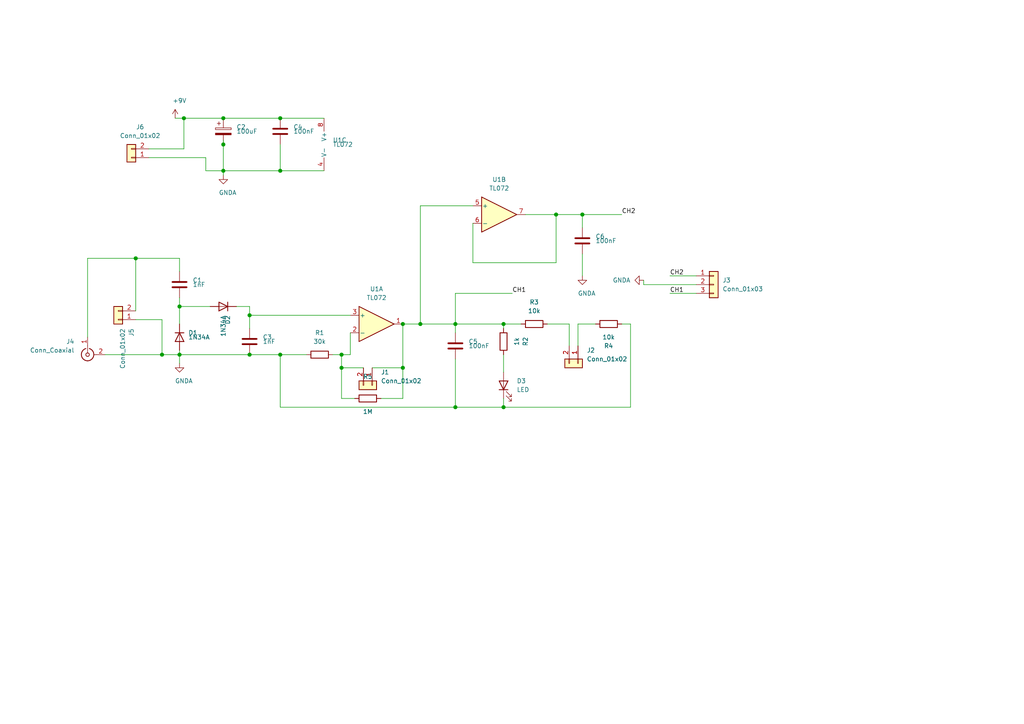
<source format=kicad_sch>
(kicad_sch (version 20201015) (generator eeschema)
  (paper "A4")
  (lib_symbols
    (symbol "Amplifier_Operational:TL072" (pin_names (offset 0.127))
      (property "Reference" "U" (at 0 5.08 0))
      (property "Value" "TL072" (at 0 -5.08 0))
      (symbol "TL072_1_1"
        (polyline (pts (xy -5.08 5.08) (xy 5.08 0) (xy -5.08 -5.08) (xy -5.08 5.08)) (stroke (width 0.254)) (fill (type background)))
        (pin output line (at 7.62 0 180) (length 2.54) (name "~") (number "1"))
        (pin input line (at -7.62 -2.54 0) (length 2.54) (name "-") (number "2"))
        (pin input line (at -7.62 2.54 0) (length 2.54) (name "+") (number "3"))
      )
      (symbol "TL072_2_1"
        (polyline (pts (xy -5.08 5.08) (xy 5.08 0) (xy -5.08 -5.08) (xy -5.08 5.08)) (stroke (width 0.254)) (fill (type background)))
        (pin input line (at -7.62 2.54 0) (length 2.54) (name "+") (number "5"))
        (pin input line (at -7.62 -2.54 0) (length 2.54) (name "-") (number "6"))
        (pin output line (at 7.62 0 180) (length 2.54) (name "~") (number "7"))
      )
      (symbol "TL072_3_1"
        (pin power_in line (at -2.54 -7.62 90) (length 3.81) (name "V-") (number "4"))
        (pin power_in line (at -2.54 7.62 270) (length 3.81) (name "V+") (number "8"))
      )
    )
    (symbol "Connector:Conn_Coaxial" (pin_names (offset 1.016) hide)
      (property "Reference" "J" (at 0.254 3.048 0))
      (property "Value" "Conn_Coaxial" (at 2.921 0 90))
      (symbol "Conn_Coaxial_0_1"
        (arc (start -1.778 0.508) (end 1.778 0) (radius (at -0.0508 0) (length 1.8034) (angles 163.6 0)) (stroke (width 0.254)))
        (arc (start 1.778 0) (end -1.778 -0.508) (radius (at -0.0254 0) (length 1.8034) (angles 0 -163.8)) (stroke (width 0.254)))
        (circle (center 0 0) (radius 0.508) (stroke (width 0.2032)))
        (polyline (pts (xy -2.54 0) (xy -0.508 0)))
        (polyline (pts (xy 0 -2.54) (xy 0 -1.778)))
      )
      (symbol "Conn_Coaxial_1_1"
        (pin passive line (at -5.08 0 0) (length 2.54) (name "In") (number "1"))
        (pin passive line (at 0 -5.08 90) (length 2.54) (name "Ext") (number "2"))
      )
    )
    (symbol "Connector_Generic:Conn_01x02" (pin_names (offset 1.016) hide)
      (property "Reference" "J" (at 0 2.54 0))
      (property "Value" "Conn_01x02" (at 0 -5.08 0))
      (symbol "Conn_01x02_1_1"
        (rectangle (start -1.27 -2.413) (end 0 -2.667) (stroke (width 0.1524)))
        (rectangle (start -1.27 0.127) (end 0 -0.127) (stroke (width 0.1524)))
        (rectangle (start -1.27 1.27) (end 1.27 -3.81) (stroke (width 0.254)) (fill (type background)))
        (pin passive line (at -5.08 0 0) (length 3.81) (name "Pin_1") (number "1"))
        (pin passive line (at -5.08 -2.54 0) (length 3.81) (name "Pin_2") (number "2"))
      )
    )
    (symbol "Connector_Generic:Conn_01x03" (pin_names (offset 1.016) hide)
      (property "Reference" "J" (at 0 5.08 0))
      (property "Value" "Conn_01x03" (at 0 -5.08 0))
      (symbol "Conn_01x03_1_1"
        (rectangle (start -1.27 -2.413) (end 0 -2.667) (stroke (width 0.1524)))
        (rectangle (start -1.27 2.667) (end 0 2.413) (stroke (width 0.1524)))
        (rectangle (start -1.27 3.81) (end 1.27 -3.81) (stroke (width 0.254)) (fill (type background)))
        (rectangle (start -1.27 0.127) (end 0 -0.127) (stroke (width 0.1524)))
        (pin passive line (at -5.08 2.54 0) (length 3.81) (name "Pin_1") (number "1"))
        (pin passive line (at -5.08 0 0) (length 3.81) (name "Pin_2") (number "2"))
        (pin passive line (at -5.08 -2.54 0) (length 3.81) (name "Pin_3") (number "3"))
      )
    )
    (symbol "Device:C" (pin_numbers hide) (pin_names (offset 0.254))
      (property "Reference" "C" (at 0.635 2.54 0))
      (property "Value" "C" (at 0.635 -2.54 0))
      (symbol "C_0_1"
        (polyline (pts (xy -2.032 -0.762) (xy 2.032 -0.762)) (stroke (width 0.508)))
        (polyline (pts (xy -2.032 0.762) (xy 2.032 0.762)) (stroke (width 0.508)))
      )
      (symbol "C_1_1"
        (pin passive line (at 0 3.81 270) (length 2.794) (name "~") (number "1"))
        (pin passive line (at 0 -3.81 90) (length 2.794) (name "~") (number "2"))
      )
    )
    (symbol "Device:C_Polarized" (pin_numbers hide) (pin_names (offset 0.254))
      (property "Reference" "C" (at 0.635 2.54 0))
      (property "Value" "C_Polarized" (at 0.635 -2.54 0))
      (symbol "C_Polarized_0_1"
        (rectangle (start -2.286 0.508) (end 2.286 1.016))
        (rectangle (start 2.286 -0.508) (end -2.286 -1.016) (fill (type outline)))
        (polyline (pts (xy -1.778 2.286) (xy -0.762 2.286)))
        (polyline (pts (xy -1.27 2.794) (xy -1.27 1.778)))
      )
      (symbol "C_Polarized_1_1"
        (pin passive line (at 0 3.81 270) (length 2.794) (name "~") (number "1"))
        (pin passive line (at 0 -3.81 90) (length 2.794) (name "~") (number "2"))
      )
    )
    (symbol "Device:D" (pin_numbers hide) (pin_names (offset 1.016) hide)
      (property "Reference" "D" (at 0 2.54 0))
      (property "Value" "D" (at 0 -2.54 0))
      (symbol "D_0_1"
        (polyline (pts (xy -1.27 1.27) (xy -1.27 -1.27)) (stroke (width 0.254)))
        (polyline (pts (xy 1.27 0) (xy -1.27 0)))
        (polyline (pts (xy 1.27 1.27) (xy 1.27 -1.27) (xy -1.27 0) (xy 1.27 1.27)) (stroke (width 0.254)))
      )
      (symbol "D_1_1"
        (pin passive line (at -3.81 0 0) (length 2.54) (name "K") (number "1"))
        (pin passive line (at 3.81 0 180) (length 2.54) (name "A") (number "2"))
      )
    )
    (symbol "Device:LED" (pin_numbers hide) (pin_names (offset 1.016) hide)
      (property "Reference" "D" (at 0 2.54 0))
      (property "Value" "LED" (at 0 -2.54 0))
      (symbol "LED_0_1"
        (polyline (pts (xy -1.27 -1.27) (xy -1.27 1.27)) (stroke (width 0.254)))
        (polyline (pts (xy -1.27 0) (xy 1.27 0)))
        (polyline (pts (xy 1.27 -1.27) (xy 1.27 1.27) (xy -1.27 0) (xy 1.27 -1.27)) (stroke (width 0.254)))
        (polyline (pts (xy -3.048 -0.762) (xy -4.572 -2.286) (xy -3.81 -2.286) (xy -4.572 -2.286) (xy -4.572 -1.524)))
        (polyline (pts (xy -1.778 -0.762) (xy -3.302 -2.286) (xy -2.54 -2.286) (xy -3.302 -2.286) (xy -3.302 -1.524)))
      )
      (symbol "LED_1_1"
        (pin passive line (at -3.81 0 0) (length 2.54) (name "K") (number "1"))
        (pin passive line (at 3.81 0 180) (length 2.54) (name "A") (number "2"))
      )
    )
    (symbol "Device:R" (pin_numbers hide) (pin_names (offset 0))
      (property "Reference" "R" (at 2.032 0 90))
      (property "Value" "R" (at 0 0 90))
      (symbol "R_0_1"
        (rectangle (start -1.016 -2.54) (end 1.016 2.54) (stroke (width 0.254)))
      )
      (symbol "R_1_1"
        (pin passive line (at 0 3.81 270) (length 1.27) (name "~") (number "1"))
        (pin passive line (at 0 -3.81 90) (length 1.27) (name "~") (number "2"))
      )
    )
    (symbol "power:+9V" (power) (pin_names (offset 0))
      (property "Value" "+9V" (at 0 3.556 0))
      (symbol "+9V_0_1"
        (polyline (pts (xy -0.762 1.27) (xy 0 2.54)))
        (polyline (pts (xy 0 0) (xy 0 2.54)))
        (polyline (pts (xy 0 2.54) (xy 0.762 1.27)))
      )
      (symbol "+9V_1_1"
        (pin power_in line (at 0 0 90) (length 0) hide (name "+9V") (number "1"))
      )
    )
    (symbol "power:GNDA" (power) (pin_names (offset 0))
      (property "Value" "GNDA" (at 0 -3.81 0))
      (symbol "GNDA_0_1"
        (polyline (pts (xy 0 0) (xy 0 -1.27) (xy 1.27 -1.27) (xy 0 -2.54) (xy -1.27 -1.27) (xy 0 -1.27)))
      )
      (symbol "GNDA_1_1"
        (pin power_in line (at 0 0 270) (length 0) hide (name "GNDA") (number "1"))
      )
    )
  )
  (junction (at 39.37 74.93) (diameter 1.016))
  (junction (at 46.99 102.87) (diameter 1.016))
  (junction (at 52.07 88.9) (diameter 1.016))
  (junction (at 52.07 102.87) (diameter 1.016))
  (junction (at 53.34 34.29) (diameter 1.016))
  (junction (at 64.77 34.29) (diameter 1.016))
  (junction (at 64.77 41.91) (diameter 1.016))
  (junction (at 64.77 49.53) (diameter 1.016))
  (junction (at 72.39 91.44) (diameter 1.016))
  (junction (at 72.39 102.87) (diameter 1.016))
  (junction (at 81.28 34.29) (diameter 1.016))
  (junction (at 81.28 49.53) (diameter 1.016))
  (junction (at 81.28 102.87) (diameter 1.016))
  (junction (at 99.06 102.87) (diameter 1.016))
  (junction (at 99.06 106.68) (diameter 1.016))
  (junction (at 116.84 93.98) (diameter 1.016))
  (junction (at 116.84 106.68) (diameter 1.016))
  (junction (at 121.92 93.98) (diameter 1.016))
  (junction (at 132.08 93.98) (diameter 1.016))
  (junction (at 132.08 118.11) (diameter 1.016))
  (junction (at 146.05 93.98) (diameter 1.016))
  (junction (at 146.05 118.11) (diameter 1.016))
  (junction (at 161.29 62.23) (diameter 1.016))
  (junction (at 168.91 62.23) (diameter 1.016))
  (wire (pts (xy 25.4 74.93) (xy 39.37 74.93)))
  (wire (pts (xy 25.4 97.79) (xy 25.4 74.93)))
  (wire (pts (xy 30.48 102.87) (xy 46.99 102.87)))
  (wire (pts (xy 39.37 74.93) (xy 52.07 74.93)))
  (wire (pts (xy 39.37 90.17) (xy 39.37 74.93)))
  (wire (pts (xy 39.37 92.71) (xy 46.99 92.71)))
  (wire (pts (xy 43.18 43.18) (xy 53.34 43.18)))
  (wire (pts (xy 43.18 45.72) (xy 59.69 45.72)))
  (wire (pts (xy 46.99 92.71) (xy 46.99 102.87)))
  (wire (pts (xy 46.99 102.87) (xy 52.07 102.87)))
  (wire (pts (xy 50.8 34.29) (xy 53.34 34.29)))
  (wire (pts (xy 52.07 74.93) (xy 52.07 78.74)))
  (wire (pts (xy 52.07 86.36) (xy 52.07 88.9)))
  (wire (pts (xy 52.07 88.9) (xy 52.07 93.98)))
  (wire (pts (xy 52.07 88.9) (xy 60.96 88.9)))
  (wire (pts (xy 52.07 101.6) (xy 52.07 102.87)))
  (wire (pts (xy 52.07 102.87) (xy 52.07 105.41)))
  (wire (pts (xy 52.07 102.87) (xy 72.39 102.87)))
  (wire (pts (xy 53.34 34.29) (xy 64.77 34.29)))
  (wire (pts (xy 53.34 43.18) (xy 53.34 34.29)))
  (wire (pts (xy 59.69 45.72) (xy 59.69 49.53)))
  (wire (pts (xy 59.69 49.53) (xy 64.77 49.53)))
  (wire (pts (xy 64.77 34.29) (xy 81.28 34.29)))
  (wire (pts (xy 64.77 40.64) (xy 64.77 41.91)))
  (wire (pts (xy 64.77 41.91) (xy 64.77 49.53)))
  (wire (pts (xy 64.77 49.53) (xy 64.77 50.8)))
  (wire (pts (xy 68.58 88.9) (xy 72.39 88.9)))
  (wire (pts (xy 72.39 88.9) (xy 72.39 91.44)))
  (wire (pts (xy 72.39 91.44) (xy 72.39 95.25)))
  (wire (pts (xy 72.39 91.44) (xy 101.6 91.44)))
  (wire (pts (xy 72.39 102.87) (xy 81.28 102.87)))
  (wire (pts (xy 81.28 34.29) (xy 93.98 34.29)))
  (wire (pts (xy 81.28 41.91) (xy 81.28 49.53)))
  (wire (pts (xy 81.28 49.53) (xy 64.77 49.53)))
  (wire (pts (xy 81.28 102.87) (xy 81.28 118.11)))
  (wire (pts (xy 81.28 102.87) (xy 88.9 102.87)))
  (wire (pts (xy 81.28 118.11) (xy 132.08 118.11)))
  (wire (pts (xy 93.98 49.53) (xy 81.28 49.53)))
  (wire (pts (xy 96.52 102.87) (xy 99.06 102.87)))
  (wire (pts (xy 99.06 102.87) (xy 101.6 102.87)))
  (wire (pts (xy 99.06 106.68) (xy 99.06 102.87)))
  (wire (pts (xy 99.06 106.68) (xy 105.41 106.68)))
  (wire (pts (xy 99.06 115.57) (xy 99.06 106.68)))
  (wire (pts (xy 101.6 96.52) (xy 101.6 102.87)))
  (wire (pts (xy 102.87 115.57) (xy 99.06 115.57)))
  (wire (pts (xy 107.95 106.68) (xy 116.84 106.68)))
  (wire (pts (xy 110.49 115.57) (xy 116.84 115.57)))
  (wire (pts (xy 116.84 93.98) (xy 121.92 93.98)))
  (wire (pts (xy 116.84 106.68) (xy 116.84 93.98)))
  (wire (pts (xy 116.84 115.57) (xy 116.84 106.68)))
  (wire (pts (xy 121.92 59.69) (xy 137.16 59.69)))
  (wire (pts (xy 121.92 93.98) (xy 121.92 59.69)))
  (wire (pts (xy 121.92 93.98) (xy 132.08 93.98)))
  (wire (pts (xy 132.08 85.09) (xy 132.08 93.98)))
  (wire (pts (xy 132.08 85.09) (xy 148.59 85.09)))
  (wire (pts (xy 132.08 96.52) (xy 132.08 93.98)))
  (wire (pts (xy 132.08 104.14) (xy 132.08 118.11)))
  (wire (pts (xy 132.08 118.11) (xy 146.05 118.11)))
  (wire (pts (xy 137.16 64.77) (xy 137.16 76.2)))
  (wire (pts (xy 137.16 76.2) (xy 161.29 76.2)))
  (wire (pts (xy 146.05 93.98) (xy 132.08 93.98)))
  (wire (pts (xy 146.05 93.98) (xy 151.13 93.98)))
  (wire (pts (xy 146.05 95.25) (xy 146.05 93.98)))
  (wire (pts (xy 146.05 102.87) (xy 146.05 107.95)))
  (wire (pts (xy 146.05 115.57) (xy 146.05 118.11)))
  (wire (pts (xy 146.05 118.11) (xy 182.88 118.11)))
  (wire (pts (xy 158.75 93.98) (xy 165.1 93.98)))
  (wire (pts (xy 161.29 62.23) (xy 152.4 62.23)))
  (wire (pts (xy 161.29 62.23) (xy 168.91 62.23)))
  (wire (pts (xy 161.29 76.2) (xy 161.29 62.23)))
  (wire (pts (xy 165.1 100.33) (xy 165.1 93.98)))
  (wire (pts (xy 167.64 93.98) (xy 172.72 93.98)))
  (wire (pts (xy 167.64 100.33) (xy 167.64 93.98)))
  (wire (pts (xy 168.91 62.23) (xy 168.91 66.04)))
  (wire (pts (xy 168.91 62.23) (xy 180.34 62.23)))
  (wire (pts (xy 168.91 73.66) (xy 168.91 80.01)))
  (wire (pts (xy 180.34 93.98) (xy 182.88 93.98)))
  (wire (pts (xy 182.88 93.98) (xy 182.88 118.11)))
  (wire (pts (xy 186.69 82.55) (xy 186.69 81.28)))
  (wire (pts (xy 194.31 80.01) (xy 201.93 80.01)))
  (wire (pts (xy 194.31 85.09) (xy 201.93 85.09)))
  (wire (pts (xy 201.93 82.55) (xy 186.69 82.55)))
  (label "CH1" (at 148.59 85.09 0))
  (label "CH2" (at 180.34 62.23 0))
  (label "CH2" (at 194.31 80.01 0))
  (label "CH1" (at 194.31 85.09 0))
  (symbol (lib_id "power:+9V") (at 50.8 34.29 0) (unit 1)
    (property "Reference" "#PWR0103" (effects hide))
    (property "Value" "+9V" (at 52.07 29.21 0))
  )
  (symbol (lib_id "power:GNDA") (at 52.07 105.41 0) (unit 1)
    (property "Reference" "#PWR0101" (effects hide))
    (property "Value" "GNDA" (at 53.34 110.49 0))
  )
  (symbol (lib_id "power:GNDA") (at 64.77 50.8 0) (unit 1)
    (property "Reference" "#PWR0102" (effects hide))
    (property "Value" "GNDA" (at 66.04 55.88 0))
  )
  (symbol (lib_id "power:GNDA") (at 168.91 80.01 0) (unit 1)
    (property "Reference" "#PWR0105" (effects hide))
    (property "Value" "GNDA" (at 170.18 85.09 0))
  )
  (symbol (lib_id "power:GNDA") (at 186.69 81.28 270) (unit 1)
    (property "Reference" "#PWR0104" (effects hide))
    (property "Value" "GNDA" (at 182.88 81.28 90) (effects (justify right)))
  )
  (symbol (lib_id "Device:R") (at 92.71 102.87 90) (unit 1)
    (property "Reference" "R1" (at 92.71 96.52 90))
    (property "Value" "30k" (at 92.71 99.06 90))
    (property "Footprint" "Resistor_SMD:R_0805_2012Metric" (effects hide))
  )
  (symbol (lib_id "Device:R") (at 106.68 115.57 90) (unit 1)
    (property "Reference" "R5" (at 106.68 109.22 90))
    (property "Value" "1M" (at 106.68 119.38 90))
    (property "Footprint" "Resistor_SMD:R_0805_2012Metric" (effects hide))
  )
  (symbol (lib_id "Device:R") (at 146.05 99.06 0) (unit 1)
    (property "Reference" "R2" (at 152.4 99.06 90))
    (property "Value" "1k" (at 149.86 99.06 90))
    (property "Footprint" "Resistor_SMD:R_0805_2012Metric" (effects hide))
  )
  (symbol (lib_id "Device:R") (at 154.94 93.98 90) (unit 1)
    (property "Reference" "R3" (at 154.94 87.63 90))
    (property "Value" "10k" (at 154.94 90.17 90))
    (property "Footprint" "Resistor_SMD:R_0805_2012Metric" (effects hide))
  )
  (symbol (lib_id "Device:R") (at 176.53 93.98 270) (unit 1)
    (property "Reference" "R4" (at 176.53 100.33 90))
    (property "Value" "10k" (at 176.53 97.79 90))
    (property "Footprint" "Resistor_SMD:R_0805_2012Metric" (effects hide))
  )
  (symbol (lib_id "Device:D") (at 52.07 97.79 270) (unit 1)
    (property "Reference" "D1" (at 54.61 96.52 90) (effects (justify left)))
    (property "Value" "1N34A" (at 54.61 97.79 90) (effects (justify left)))
    (property "Footprint" "Diode_THT:D_DO-15_P15.24mm_Horizontal" (effects hide))
  )
  (symbol (lib_id "Device:D") (at 64.77 88.9 180) (unit 1)
    (property "Reference" "D2" (at 66.04 91.44 90) (effects (justify left)))
    (property "Value" "1N34A" (at 64.77 91.44 90) (effects (justify left)))
    (property "Footprint" "Diode_THT:D_DO-15_P15.24mm_Horizontal" (effects hide))
  )
  (symbol (lib_id "Device:LED") (at 146.05 111.76 90) (unit 1)
    (property "Reference" "D3" (at 149.86 110.49 90) (effects (justify right)))
    (property "Value" "LED" (at 149.86 113.03 90) (effects (justify right)))
    (property "Footprint" "LED_THT:LED_D5.0mm" (effects hide))
  )
  (symbol (lib_id "Amplifier_Operational:TL072") (at 96.52 41.91 0) (unit 3)
    (property "Reference" "U1" (at 96.52 40.64 0) (effects (justify left)))
    (property "Value" "TL072" (at 96.52 41.91 0) (effects (justify left)))
    (property "Footprint" "Package_SO:SO-8_3.9x4.9mm_P1.27mm" (effects hide))
    (property "Datasheet" "http://www.ti.com/lit/ds/symlink/tl071.pdf" (effects hide))
  )
  (symbol (lib_id "Connector_Generic:Conn_01x02") (at 34.29 92.71 180) (unit 1)
    (property "Reference" "J5" (at 38.1 95.25 90) (effects (justify left)))
    (property "Value" "Conn_01x02" (at 35.56 95.25 90) (effects (justify left)))
    (property "Footprint" "Connector_PinHeader_2.54mm:PinHeader_1x02_P2.54mm_Vertical" (effects hide))
  )
  (symbol (lib_id "Connector_Generic:Conn_01x02") (at 38.1 45.72 180) (unit 1)
    (property "Reference" "J6" (at 40.64 36.83 0))
    (property "Value" "Conn_01x02" (at 40.64 39.37 0))
    (property "Footprint" "Connector_PinHeader_2.54mm:PinHeader_1x02_P2.54mm_Vertical" (effects hide))
  )
  (symbol (lib_id "Connector_Generic:Conn_01x02") (at 107.95 111.76 270) (unit 1)
    (property "Reference" "J1" (at 110.49 107.95 90) (effects (justify left)))
    (property "Value" "Conn_01x02" (at 110.49 110.49 90) (effects (justify left)))
    (property "Footprint" "Connector_PinHeader_2.54mm:PinHeader_1x02_P2.54mm_Vertical" (effects hide))
  )
  (symbol (lib_id "Connector_Generic:Conn_01x02") (at 167.64 105.41 270) (unit 1)
    (property "Reference" "J2" (at 170.18 101.6 90) (effects (justify left)))
    (property "Value" "Conn_01x02" (at 170.18 104.14 90) (effects (justify left)))
    (property "Footprint" "Connector_PinHeader_2.54mm:PinHeader_1x02_P2.54mm_Vertical" (effects hide))
  )
  (symbol (lib_id "Device:C") (at 52.07 82.55 0) (unit 1)
    (property "Reference" "C1" (at 55.88 81.28 0) (effects (justify left)))
    (property "Value" "1nF" (at 55.88 82.55 0) (effects (justify left)))
    (property "Footprint" "Capacitor_SMD:C_0805_2012Metric" (effects hide))
  )
  (symbol (lib_id "Device:C_Polarized") (at 64.77 38.1 0) (unit 1)
    (property "Reference" "C2" (at 68.58 36.83 0) (effects (justify left)))
    (property "Value" "100uF" (at 68.58 38.1 0) (effects (justify left)))
    (property "Footprint" "Capacitor_THT:CP_Radial_D10.0mm_P5.00mm" (effects hide))
  )
  (symbol (lib_id "Device:C") (at 72.39 99.06 0) (unit 1)
    (property "Reference" "C3" (at 76.2 97.79 0) (effects (justify left)))
    (property "Value" "1nF" (at 76.2 99.06 0) (effects (justify left)))
    (property "Footprint" "Capacitor_SMD:C_0805_2012Metric" (effects hide))
  )
  (symbol (lib_id "Device:C") (at 81.28 38.1 0) (unit 1)
    (property "Reference" "C4" (at 85.09 36.83 0) (effects (justify left)))
    (property "Value" "100nF" (at 85.09 38.1 0) (effects (justify left)))
    (property "Footprint" "Capacitor_SMD:C_0805_2012Metric" (effects hide))
  )
  (symbol (lib_id "Device:C") (at 132.08 100.33 0) (unit 1)
    (property "Reference" "C5" (at 135.89 99.06 0) (effects (justify left)))
    (property "Value" "100nF" (at 135.89 100.33 0) (effects (justify left)))
    (property "Footprint" "Capacitor_SMD:C_0805_2012Metric" (effects hide))
  )
  (symbol (lib_id "Device:C") (at 168.91 69.85 0) (unit 1)
    (property "Reference" "C6" (at 172.72 68.58 0) (effects (justify left)))
    (property "Value" "100nF" (at 172.72 69.85 0) (effects (justify left)))
    (property "Footprint" "Capacitor_SMD:C_0805_2012Metric" (effects hide))
  )
  (symbol (lib_id "Connector:Conn_Coaxial") (at 25.4 102.87 90) (mirror x) (unit 1)
    (property "Reference" "J4" (at 21.59 99.06 90) (effects (justify left)))
    (property "Value" "Conn_Coaxial" (at 21.59 101.6 90) (effects (justify left)))
    (property "Footprint" "Connector_Coaxial:SMA_Amphenol_132291_Vertical" (effects hide))
    (property "Datasheet" " ~" (effects hide))
  )
  (symbol (lib_id "Connector_Generic:Conn_01x03") (at 207.01 82.55 0) (unit 1)
    (property "Reference" "J3" (at 209.55 81.28 0) (effects (justify left)))
    (property "Value" "Conn_01x03" (at 209.55 83.82 0) (effects (justify left)))
    (property "Footprint" "Connector_PinHeader_2.54mm:PinHeader_1x03_P2.54mm_Vertical" (effects hide))
  )
  (symbol (lib_id "Amplifier_Operational:TL072") (at 109.22 93.98 0) (unit 1)
    (property "Reference" "U1" (at 109.22 83.82 0))
    (property "Value" "TL072" (at 109.22 86.36 0))
    (property "Footprint" "Package_SO:SO-8_3.9x4.9mm_P1.27mm" (effects hide))
    (property "Datasheet" "http://www.ti.com/lit/ds/symlink/tl071.pdf" (effects hide))
  )
  (symbol (lib_id "Amplifier_Operational:TL072") (at 144.78 62.23 0) (unit 2)
    (property "Reference" "U1" (at 144.78 52.07 0))
    (property "Value" "TL072" (at 144.78 54.61 0))
    (property "Footprint" "Package_SO:SO-8_3.9x4.9mm_P1.27mm" (effects hide))
    (property "Datasheet" "http://www.ti.com/lit/ds/symlink/tl071.pdf" (effects hide))
  )
)
</source>
